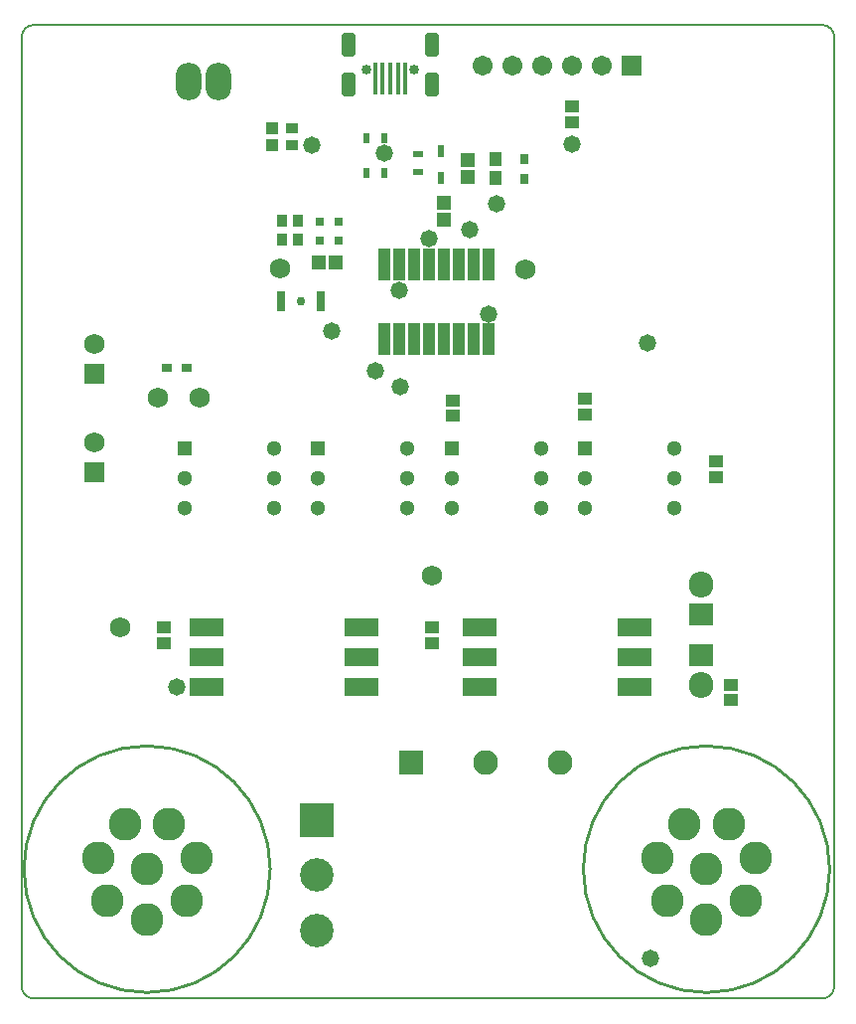
<source format=gts>
G04*
G04 #@! TF.GenerationSoftware,Altium Limited,Altium Designer,20.0.10 (225)*
G04*
G04 Layer_Color=8388736*
%FSLAX44Y44*%
%MOMM*%
G71*
G01*
G75*
%ADD10C,0.2540*%
%ADD11C,0.2000*%
%ADD20R,0.9000X0.8000*%
%ADD21R,0.8000X1.7000*%
%ADD24R,0.5010X1.1112*%
%ADD27R,1.0121X1.2084*%
%ADD28R,0.8000X0.9000*%
%ADD30R,3.0000X1.5000*%
%ADD35R,0.7620X0.7112*%
%ADD36R,0.4064X2.7000*%
%ADD38R,1.1532X1.0532*%
%ADD39R,0.6200X0.9200*%
%ADD40R,0.9200X0.6200*%
%ADD41R,1.2532X1.1532*%
%ADD42R,1.1032X2.7032*%
%ADD43R,0.9032X1.1032*%
%ADD44R,1.1532X1.2532*%
%ADD45R,1.0032X1.0032*%
%ADD46R,1.1032X0.9032*%
%ADD47R,1.2032X1.1032*%
%ADD48C,2.8032*%
%ADD49C,1.7532*%
%ADD50C,0.7500*%
%ADD51R,2.0032X1.9032*%
%ADD52O,2.1032X2.2032*%
%ADD53R,1.7532X1.7532*%
%ADD54C,1.7032*%
%ADD55R,1.7032X1.7032*%
%ADD56O,2.2032X3.2032*%
%ADD57R,2.1032X2.1032*%
%ADD58C,2.1032*%
%ADD59R,2.8542X2.8542*%
%ADD60C,2.8542*%
%ADD61R,1.3000X1.3000*%
%ADD62C,1.3000*%
%ADD63C,0.8532*%
G04:AMPARAMS|DCode=64|XSize=1.2532mm|YSize=2.0532mm|CornerRadius=0.3641mm|HoleSize=0mm|Usage=FLASHONLY|Rotation=180.000|XOffset=0mm|YOffset=0mm|HoleType=Round|Shape=RoundedRectangle|*
%AMROUNDEDRECTD64*
21,1,1.2532,1.3250,0,0,180.0*
21,1,0.5250,2.0532,0,0,180.0*
1,1,0.7282,-0.2625,0.6625*
1,1,0.7282,0.2625,0.6625*
1,1,0.7282,0.2625,-0.6625*
1,1,0.7282,-0.2625,-0.6625*
%
%ADD64ROUNDEDRECTD64*%
%ADD65C,1.4732*%
D10*
X596440Y3251020D02*
G03*
X596440Y3251020I-105000J0D01*
G01*
X1073380D02*
G03*
X1073380Y3251020I-105000J0D01*
G01*
D11*
X1066920Y3140980D02*
G03*
X1077440Y3151500I0J10520D01*
G01*
X384430D02*
G03*
X394950Y3140980I10520J0D01*
G01*
X1077440Y3959500D02*
G03*
X1066920Y3970020I-10520J0D01*
G01*
X394950Y3970000D02*
G03*
X384430Y3959480I0J-10520D01*
G01*
X1077400Y3151011D02*
Y3959500D01*
X394940Y3140990D02*
X1067380D01*
X384430Y3151500D02*
Y3959480D01*
X394950Y3970000D02*
X1067380D01*
D20*
X525390Y3677920D02*
D03*
X508390D02*
D03*
D21*
X639300Y3735070D02*
D03*
X605300D02*
D03*
D24*
X741927Y3862757D02*
D03*
Y3839757D02*
D03*
D27*
X788917Y3839428D02*
D03*
Y3855466D02*
D03*
D28*
X813047Y3838850D02*
D03*
Y3855850D02*
D03*
D30*
X906740Y3456940D02*
D03*
Y3431540D02*
D03*
Y3406140D02*
D03*
X774740D02*
D03*
Y3431540D02*
D03*
Y3456940D02*
D03*
X674330D02*
D03*
Y3431540D02*
D03*
Y3406140D02*
D03*
X542330D02*
D03*
Y3431540D02*
D03*
Y3456940D02*
D03*
D35*
X638872Y3786541D02*
D03*
X654366D02*
D03*
X638872Y3802361D02*
D03*
X654366D02*
D03*
D36*
X685690Y3924000D02*
D03*
X692230D02*
D03*
X698730D02*
D03*
X705230D02*
D03*
X711690D02*
D03*
D38*
X853440Y3887320D02*
D03*
Y3900320D02*
D03*
X989330Y3408090D02*
D03*
Y3395090D02*
D03*
X751840Y3637130D02*
D03*
Y3650130D02*
D03*
X864870Y3651400D02*
D03*
Y3638400D02*
D03*
X976630Y3585060D02*
D03*
Y3598060D02*
D03*
D39*
X693300Y3844290D02*
D03*
X678300D02*
D03*
X693300Y3873500D02*
D03*
X678300D02*
D03*
D40*
X722877Y3860027D02*
D03*
Y3845027D02*
D03*
D41*
X764787Y3840197D02*
D03*
Y3854697D02*
D03*
X744220Y3818520D02*
D03*
Y3804020D02*
D03*
D42*
X782320Y3702670D02*
D03*
X769620D02*
D03*
X693420D02*
D03*
X706120D02*
D03*
X718820D02*
D03*
X731520D02*
D03*
X744220D02*
D03*
X756920D02*
D03*
X782320Y3765930D02*
D03*
X769620D02*
D03*
X756920D02*
D03*
X744220D02*
D03*
X693420D02*
D03*
X706120D02*
D03*
X718820D02*
D03*
X731520D02*
D03*
D43*
X606104Y3802941D02*
D03*
X620104D02*
D03*
X606104Y3787121D02*
D03*
X620104D02*
D03*
D44*
X652410Y3768090D02*
D03*
X637910D02*
D03*
D45*
X598170Y3867270D02*
D03*
Y3882270D02*
D03*
D46*
X614680Y3867770D02*
D03*
Y3881770D02*
D03*
D47*
X505460Y3443810D02*
D03*
Y3457310D02*
D03*
X734060Y3443810D02*
D03*
Y3457310D02*
D03*
D48*
X525090Y3224220D02*
D03*
X491490Y3208020D02*
D03*
X457890Y3224220D02*
D03*
X533390Y3260520D02*
D03*
X449490D02*
D03*
X472790Y3289720D02*
D03*
X491490Y3251020D02*
D03*
X510190Y3289720D02*
D03*
X1002030Y3224220D02*
D03*
X968430Y3208020D02*
D03*
X934830Y3224220D02*
D03*
X1010330Y3260520D02*
D03*
X926430D02*
D03*
X949730Y3289720D02*
D03*
X968430Y3251020D02*
D03*
X987130Y3289720D02*
D03*
D49*
X500380Y3652520D02*
D03*
X535940D02*
D03*
X604520Y3763010D02*
D03*
X814070Y3761740D02*
D03*
X734060Y3501390D02*
D03*
X468630Y3456940D02*
D03*
X446510Y3614420D02*
D03*
Y3698240D02*
D03*
D50*
X622300Y3735070D02*
D03*
D51*
X963600Y3433490D02*
D03*
Y3467780D02*
D03*
D52*
Y3408090D02*
D03*
Y3493180D02*
D03*
D53*
X446510Y3589020D02*
D03*
Y3672840D02*
D03*
D54*
X777240Y3935730D02*
D03*
X802640D02*
D03*
X828040D02*
D03*
X853440D02*
D03*
X878840D02*
D03*
D55*
X904240D02*
D03*
D56*
X552450Y3921760D02*
D03*
X527050D02*
D03*
D57*
X716911Y3341997D02*
D03*
D58*
X843911D02*
D03*
X780411D02*
D03*
D59*
X636270Y3293110D02*
D03*
D60*
Y3246120D02*
D03*
Y3199130D02*
D03*
D61*
X637117Y3609340D02*
D03*
X864870D02*
D03*
X750993D02*
D03*
X523240D02*
D03*
D62*
X637117Y3583940D02*
D03*
Y3558540D02*
D03*
X713317D02*
D03*
Y3583940D02*
D03*
Y3609340D02*
D03*
X864870Y3583940D02*
D03*
Y3558540D02*
D03*
X941070D02*
D03*
Y3583940D02*
D03*
Y3609340D02*
D03*
X750993Y3583940D02*
D03*
Y3558540D02*
D03*
X827193D02*
D03*
Y3583940D02*
D03*
Y3609340D02*
D03*
X523240Y3583940D02*
D03*
Y3558540D02*
D03*
X599440D02*
D03*
Y3583940D02*
D03*
Y3609340D02*
D03*
D63*
X678690Y3932200D02*
D03*
X718690D02*
D03*
D64*
X662940Y3919000D02*
D03*
Y3953500D02*
D03*
X734440Y3919000D02*
D03*
Y3953500D02*
D03*
D65*
X920750Y3175000D02*
D03*
X789045Y3817995D02*
D03*
X707275Y3662003D02*
D03*
X685800Y3675380D02*
D03*
X706120Y3743960D02*
D03*
X766483Y3795885D02*
D03*
X648970Y3709670D02*
D03*
X782320Y3723640D02*
D03*
X632125Y3867552D02*
D03*
X693420Y3860800D02*
D03*
X731520Y3788410D02*
D03*
X853440Y3868420D02*
D03*
X918210Y3699510D02*
D03*
X516890Y3406140D02*
D03*
M02*

</source>
